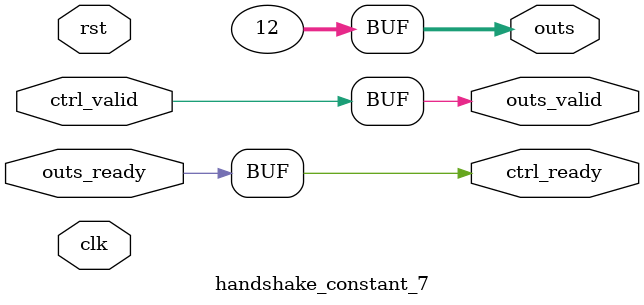
<source format=v>
`timescale 1ns / 1ps
module handshake_constant_7 #(
  parameter DATA_WIDTH = 32  // Default set to 32 bits
) (
  input                       clk,
  input                       rst,
  // Input Channel
  input                       ctrl_valid,
  output                      ctrl_ready,
  // Output Channel
  output [DATA_WIDTH - 1 : 0] outs,
  output                      outs_valid,
  input                       outs_ready
);
  assign outs       = 5'b01100;
  assign outs_valid = ctrl_valid;
  assign ctrl_ready = outs_ready;

endmodule

</source>
